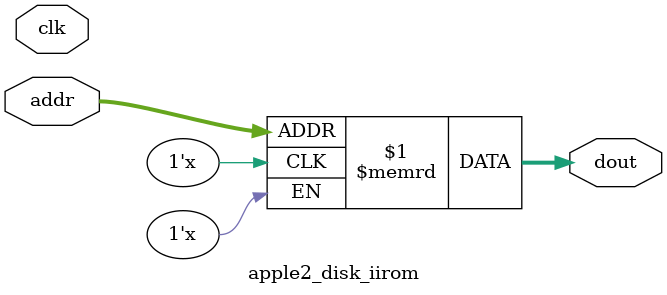
<source format=v>
module apple2_disk_iirom(
  input clk,
  input [7:0] addr,
  output [7:0] dout
);

  reg [7:0] rom [0:255];

  assign dout = rom[addr];

endmodule
</source>
